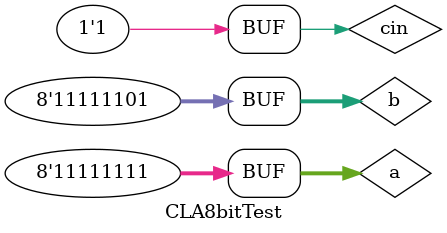
<source format=v>
module CLA8bitTest;
`timescale 1ns/1ps
	reg cin;
	reg [7:0]a,b;
	wire [7:0]s;
	wire cout;
	Cla8bit cla(s,cout,a,b,cin);
	
	initial 
	begin
	a=8'hFF; b=8'h01; cin=1'b0;
	#200
	a=8'hFF; b=8'hFE; cin=1'b0;
	#400
	a=8'hFF; b=8'hFD; cin=1'b1;
	end
	initial
	$monitor($time," a = %b b = %b cin = %b *** s = %b *** cout = %b",a,b,cin,s,cout);

endmodule


</source>
